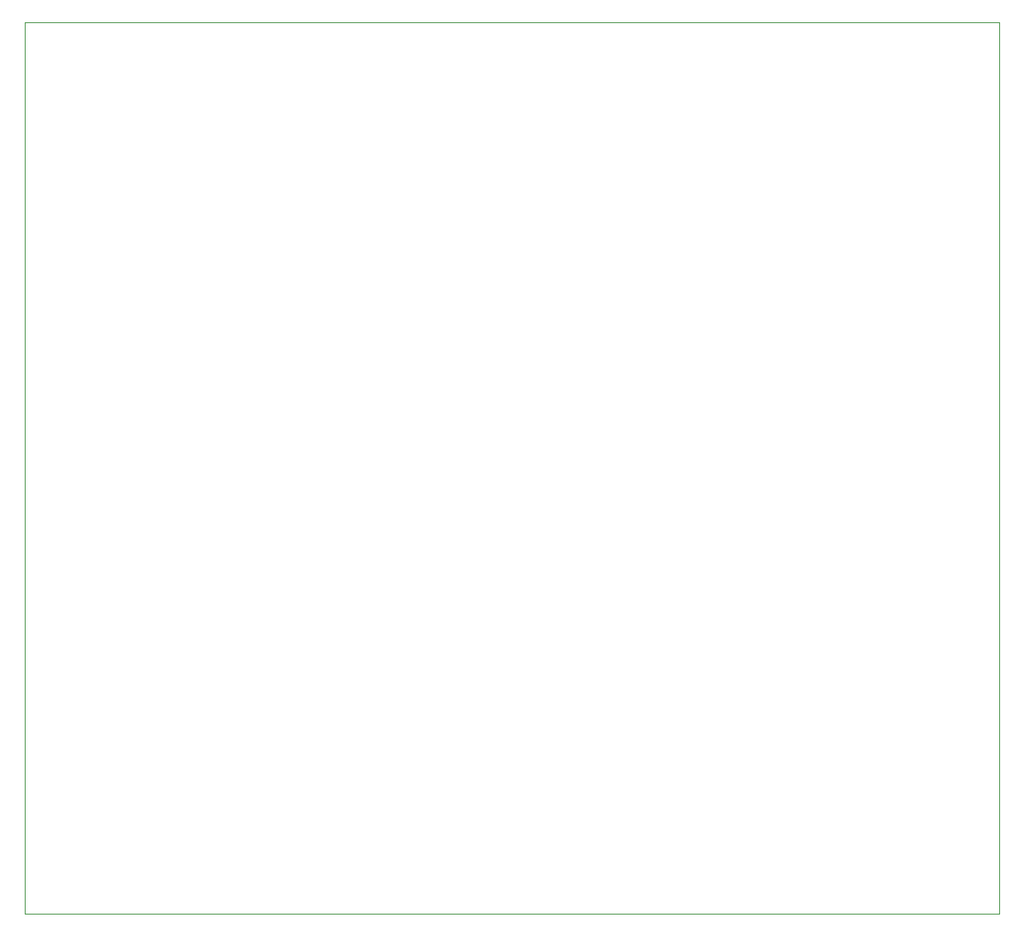
<source format=gbr>
%TF.GenerationSoftware,Altium Limited,Altium Designer,22.4.2 (48)*%
G04 Layer_Color=0*
%FSLAX26Y26*%
%MOIN*%
%TF.SameCoordinates,DD4E5991-19CE-4C14-B0C1-6D61C62B9851*%
%TF.FilePolarity,Positive*%
%TF.FileFunction,Profile,NP*%
%TF.Part,Single*%
G01*
G75*
%TA.AperFunction,Profile*%
%ADD102C,0.001000*%
D102*
X35000Y400000D02*
X3970000D01*
Y4000000D01*
X35000D01*
Y400000D01*
%TF.MD5,496e4b9cb590d916b2f89be35e5fb18c*%
M02*

</source>
